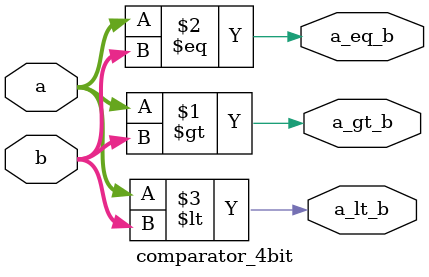
<source format=v>
module comparator_4bit (
    input  wire [3:0] a,
    input  wire [3:0] b,
    output wire a_gt_b,
    output wire a_eq_b,
    output wire a_lt_b
);
    assign a_gt_b = (a > b);
    assign a_eq_b = (a == b);
    assign a_lt_b = (a < b);
endmodule
</source>
